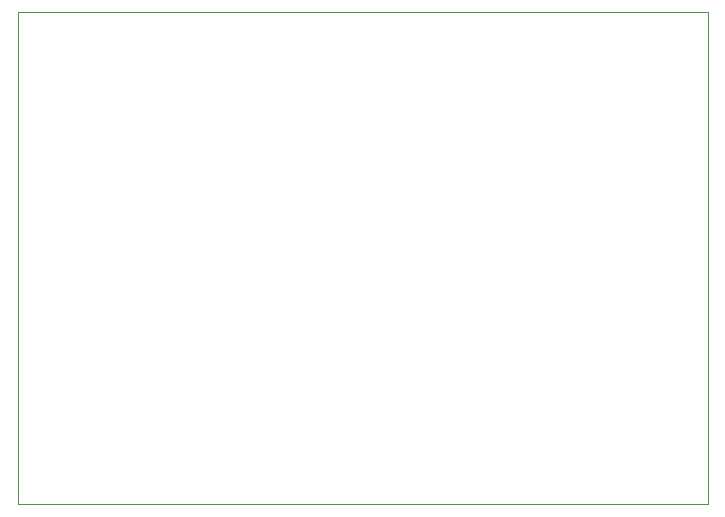
<source format=gbr>
%TF.GenerationSoftware,KiCad,Pcbnew,5.1.9+dfsg1-1*%
%TF.CreationDate,2021-12-01T21:23:14+01:00*%
%TF.ProjectId,stepper_board,73746570-7065-4725-9f62-6f6172642e6b,rev?*%
%TF.SameCoordinates,Original*%
%TF.FileFunction,Profile,NP*%
%FSLAX46Y46*%
G04 Gerber Fmt 4.6, Leading zero omitted, Abs format (unit mm)*
G04 Created by KiCad (PCBNEW 5.1.9+dfsg1-1) date 2021-12-01 21:23:14*
%MOMM*%
%LPD*%
G01*
G04 APERTURE LIST*
%TA.AperFunction,Profile*%
%ADD10C,0.050000*%
%TD*%
G04 APERTURE END LIST*
D10*
X131064000Y-54864000D02*
X72644000Y-54864000D01*
X72644000Y-96520000D02*
X72644000Y-54864000D01*
X131064000Y-96520000D02*
X131064000Y-54864000D01*
X72644000Y-96520000D02*
X131064000Y-96520000D01*
M02*

</source>
